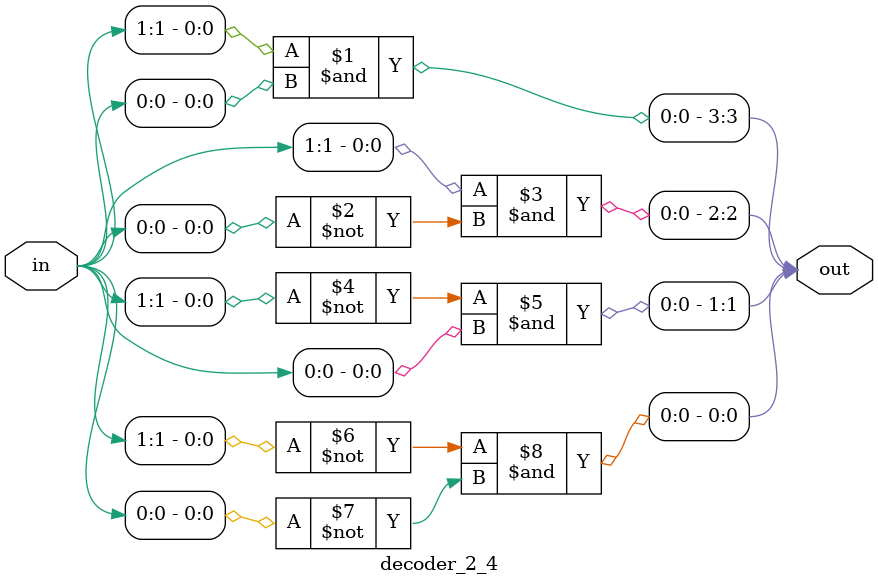
<source format=v>
module decoder_2_4(in, out);
	input[1:0] in;
	output[3:0] out;
	
	assign out[3] = in[1] & in[0];
	assign out[2] = in[1] & ~in[0];
	assign out[1] = ~in[1] & in[0];
	assign out[0] = ~in[1] & ~in[0];
endmodule

</source>
